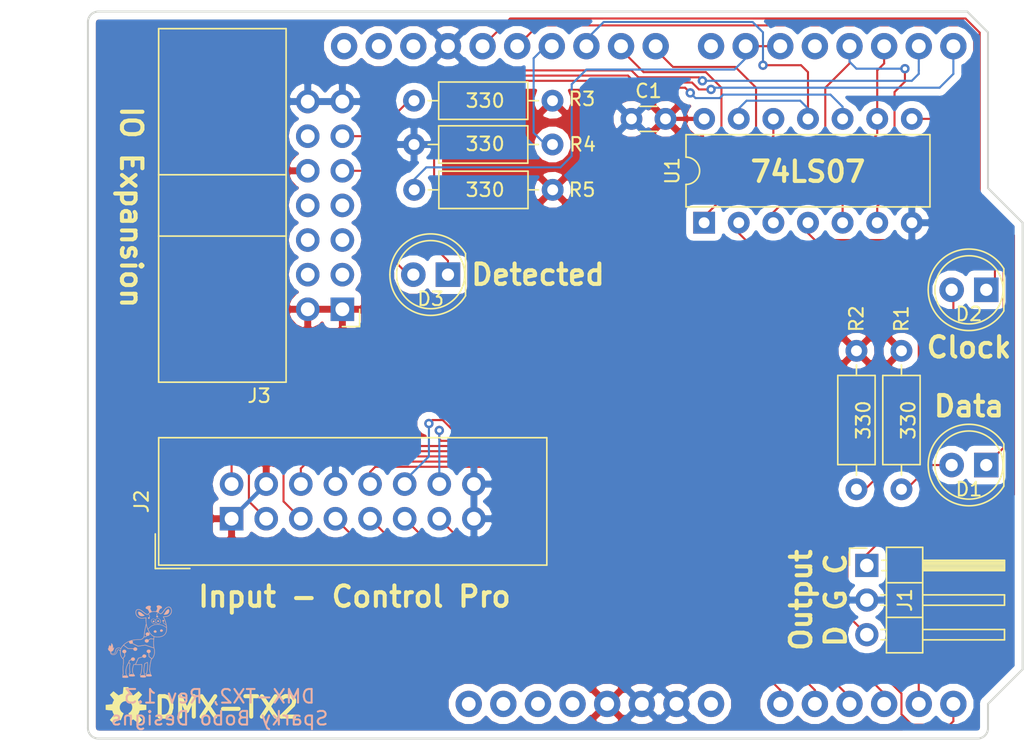
<source format=kicad_pcb>
(kicad_pcb (version 20171130) (host pcbnew "(5.0.0)")
  (title_block (title "DMX Demonstrator - Transmitter IO Module (DMX-TX2)") (date 2023-09-16) (rev 1.3) (company "Sparky Bobo Designs") (comment 2 "Designed by: SparkyBobo") (comment 3 "https://creativecommons.org/licenses/by-sa/4.0/ ") (comment 4 "Released under the Creative Commons Attribution Share-Alike 4.0 License"))
  (layers (0 F.Cu signal) (31 B.Cu signal) (34 B.Paste user) (35 F.Paste user) (36 B.SilkS user) (37 F.SilkS user) (38 B.Mask user) (39 F.Mask user) (44 Edge.Cuts user))
  (net 0 "")
  (net 1 +5V)
  (net 2 /A1)
  (net 3 GND)
  (net 4 /A0)
  (net 5 "Net-(D1-Pad2)")
  (net 6 "Net-(D2-Pad2)")
  (net 7 "Net-(A1-Pad32)")
  (net 8 "Net-(A1-Pad31)")
  (net 9 "Net-(A1-Pad1)")
  (net 10 "Net-(A1-Pad2)")
  (net 11 "Net-(A1-Pad3)")
  (net 12 "Net-(A1-Pad4)")
  (net 13 "Net-(A1-Pad8)")
  (net 14 "Net-(A1-Pad26)")
  (net 15 /A2)
  (net 16 /A4)
  (net 17 "Net-(A1-Pad15)")
  (net 18 "Net-(A1-Pad16)")
  (net 19 /A5)
  (net 20 /~DATA)
  (net 21 /~CLOCK)
  (net 22 /~CLK_SLO)
  (net 23 /~CLK_FST)
  (net 24 /RX)
  (net 25 /RXCLK)
  (net 26 "Net-(A1-Pad30)")
  (net 27 /A3)
  (net 28 "Net-(A1-Pad19)")
  (net 29 "Net-(A1-Pad20)")
  (net 30 "Net-(A1-Pad22)")
  (net 31 /~HWD_DT)
  (net 32 "Net-(D1-Pad1)")
  (net 33 "Net-(D2-Pad1)")
  (net 34 "Net-(J3-Pad12)")
  (net 35 "Net-(J3-Pad3)")
  (net 36 "Net-(J3-Pad4)")
  (net 37 "Net-(J3-Pad5)")
  (net 38 "Net-(J3-Pad6)")
  (net 39 "Net-(J3-Pad7)")
  (net 40 "Net-(J3-Pad8)")
  (net 41 /~DATA_OUT)
  (net 42 /~CLOCK_OUT)
  (net 43 /~HWD_DT_OUT)
  (net 44 "Net-(D3-Pad2)")
  (net 45 "Net-(D3-Pad1)")
  (module Package_DIP:DIP-14_W7.62mm (layer F.Cu) (at 161.544 78.74 90)
    (fp_text reference U1 (at 3.81 -2.33 90) (layer F.SilkS))
    (fp_text value 74LS07)
    (pad 1 thru_hole rect (at 0 0 90) (size 1.6 1.6) (drill 0.8) (layers *.Cu *.Mask) (net 42 /~CLOCK_OUT))
    (pad 8 thru_hole oval (at 7.62 15.24 90) (size 1.6 1.6) (drill 0.8) (layers *.Cu *.Mask) (net 32 "Net-(D1-Pad1)"))
    (pad 2 thru_hole oval (at 0 2.54 90) (size 1.6 1.6) (drill 0.8) (layers *.Cu *.Mask) (net 21 /~CLOCK))
    (pad 9 thru_hole oval (at 7.62 12.7 90) (size 1.6 1.6) (drill 0.8) (layers *.Cu *.Mask) (net 41 /~DATA_OUT))
    (pad 3 thru_hole oval (at 0 5.08 90) (size 1.6 1.6) (drill 0.8) (layers *.Cu *.Mask) (net 41 /~DATA_OUT))
    (pad 10 thru_hole oval (at 7.62 10.16 90) (size 1.6 1.6) (drill 0.8) (layers *.Cu *.Mask) (net 45 "Net-(D3-Pad1)"))
    (pad 4 thru_hole oval (at 0 7.62 90) (size 1.6 1.6) (drill 0.8) (layers *.Cu *.Mask) (net 20 /~DATA))
    (pad 11 thru_hole oval (at 7.62 7.62 90) (size 1.6 1.6) (drill 0.8) (layers *.Cu *.Mask) (net 43 /~HWD_DT_OUT))
    (pad 5 thru_hole oval (at 0 10.16 90) (size 1.6 1.6) (drill 0.8) (layers *.Cu *.Mask) (net 42 /~CLOCK_OUT))
    (pad 12 thru_hole oval (at 7.62 5.08 90) (size 1.6 1.6) (drill 0.8) (layers *.Cu *.Mask) (net 31 /~HWD_DT))
    (pad 6 thru_hole oval (at 0 12.7 90) (size 1.6 1.6) (drill 0.8) (layers *.Cu *.Mask) (net 33 "Net-(D2-Pad1)"))
    (pad 13 thru_hole oval (at 7.62 2.54 90) (size 1.6 1.6) (drill 0.8) (layers *.Cu *.Mask) (net 43 /~HWD_DT_OUT))
    (pad 7 thru_hole oval (at 0 15.24 90) (size 1.6 1.6) (drill 0.8) (layers *.Cu *.Mask) (net 3 GND))
    (pad 14 thru_hole oval (at 7.62 0 90) (size 1.6 1.6) (drill 0.8) (layers *.Cu *.Mask) (net 1 +5V))
  )
  (module Resistor_THT:R_Axial_DIN0207_L6.3mm_D2.5mm_P10.16mm_Horizontal (layer F.Cu) (at 150.4315 76.327 180)
    (fp_text reference R5 (at -2.159 0 180) (layer F.SilkS))
    (fp_text value 330 (at 4.953 0 180) (layer F.SilkS))
    (pad 1 thru_hole circle (at 0 0 180) (size 1.6 1.6) (drill 0.8) (layers *.Cu *.Mask) (net 1 +5V))
    (pad 2 thru_hole oval (at 10.16 0 180) (size 1.6 1.6) (drill 0.8) (layers *.Cu *.Mask) (net 29 "Net-(A1-Pad20)"))
  )
  (module LED_THT:LED_D5.0mm (layer F.Cu) (at 142.748 82.55 180)
    (fp_text reference D3 (at 1.27 -1.778 180) (layer F.SilkS))
    (fp_text value DETECTED)
    (pad 1 thru_hole rect (at 0 0 180) (size 1.8 1.8) (drill 0.9) (layers *.Cu *.Mask) (net 45 "Net-(D3-Pad1)"))
    (pad 2 thru_hole circle (at 2.54 0 180) (size 1.8 1.8) (drill 0.9) (layers *.Cu *.Mask) (net 44 "Net-(D3-Pad2)"))
  )
  (module Resistor_THT:R_Axial_DIN0207_L6.3mm_D2.5mm_P10.16mm_Horizontal (layer F.Cu) (at 150.4188 72.9996 180)
    (fp_text reference R4 (at -2.2098 0 180) (layer F.SilkS))
    (fp_text value 330 (at 4.9403 0.0381 180) (layer F.SilkS))
    (pad 1 thru_hole circle (at 0 0 180) (size 1.6 1.6) (drill 0.8) (layers *.Cu *.Mask) (net 14 "Net-(A1-Pad26)"))
    (pad 2 thru_hole oval (at 10.16 0 180) (size 1.6 1.6) (drill 0.8) (layers *.Cu *.Mask) (net 3 GND))
  )
  (module Connector_IDC:IDC-Header_2x08_P2.54mm_Vertical (layer F.Cu) (at 126.873 100.457 90)
    (fp_text reference J2 (at 1.27 -6.604 90) (layer F.SilkS))
    (fp_text value INPUT)
    (pad 1 thru_hole rect (at 0 0 90) (size 1.7272 1.7272) (drill 1.016) (layers *.Cu *.Mask) (net 1 +5V))
    (pad 2 thru_hole oval (at 2.54 0 90) (size 1.7272 1.7272) (drill 1.016) (layers *.Cu *.Mask) (net 31 /~HWD_DT))
    (pad 3 thru_hole oval (at 0 2.54 90) (size 1.7272 1.7272) (drill 1.016) (layers *.Cu *.Mask) (net 21 /~CLOCK))
    (pad 4 thru_hole oval (at 2.54 2.54 90) (size 1.7272 1.7272) (drill 1.016) (layers *.Cu *.Mask) (net 1 +5V))
    (pad 5 thru_hole oval (at 0 5.08 90) (size 1.7272 1.7272) (drill 1.016) (layers *.Cu *.Mask) (net 20 /~DATA))
    (pad 6 thru_hole oval (at 2.54 5.08 90) (size 1.7272 1.7272) (drill 1.016) (layers *.Cu *.Mask) (net 16 /A4))
    (pad 7 thru_hole oval (at 0 7.62 90) (size 1.7272 1.7272) (drill 1.016) (layers *.Cu *.Mask) (net 4 /A0))
    (pad 8 thru_hole oval (at 2.54 7.62 90) (size 1.7272 1.7272) (drill 1.016) (layers *.Cu *.Mask) (net 3 GND))
    (pad 9 thru_hole oval (at 0 10.16 90) (size 1.7272 1.7272) (drill 1.016) (layers *.Cu *.Mask) (net 2 /A1))
    (pad 10 thru_hole oval (at 2.54 10.16 90) (size 1.7272 1.7272) (drill 1.016) (layers *.Cu *.Mask) (net 19 /A5))
    (pad 11 thru_hole oval (at 0 12.7 90) (size 1.7272 1.7272) (drill 1.016) (layers *.Cu *.Mask) (net 15 /A2))
    (pad 12 thru_hole oval (at 2.54 12.7 90) (size 1.7272 1.7272) (drill 1.016) (layers *.Cu *.Mask) (net 22 /~CLK_SLO))
    (pad 13 thru_hole oval (at 0 15.24 90) (size 1.7272 1.7272) (drill 1.016) (layers *.Cu *.Mask) (net 27 /A3))
    (pad 14 thru_hole oval (at 2.54 15.24 90) (size 1.7272 1.7272) (drill 1.016) (layers *.Cu *.Mask) (net 23 /~CLK_FST))
    (pad 15 thru_hole oval (at 0 17.78 90) (size 1.7272 1.7272) (drill 1.016) (layers *.Cu *.Mask) (net 3 GND))
    (pad 16 thru_hole oval (at 2.54 17.78 90) (size 1.7272 1.7272) (drill 1.016) (layers *.Cu *.Mask) (net 3 GND))
  )
  (module Connector_IDC:IDC-Header_2x07_P2.54mm_Horizontal (layer F.Cu) (at 135.001 85.09 180)
    (fp_text reference J3 (at 6.105 -6.35 180) (layer F.SilkS))
    (fp_text value "IO EXTENSION")
    (pad 1 thru_hole rect (at 0 0 180) (size 1.7272 1.7272) (drill 1.016) (layers *.Cu *.Mask) (net 1 +5V))
    (pad 2 thru_hole oval (at 2.54 0 180) (size 1.7272 1.7272) (drill 1.016) (layers *.Cu *.Mask) (net 1 +5V))
    (pad 3 thru_hole oval (at 0 2.54 180) (size 1.7272 1.7272) (drill 1.016) (layers *.Cu *.Mask) (net 35 "Net-(J3-Pad3)"))
    (pad 4 thru_hole oval (at 2.54 2.54 180) (size 1.7272 1.7272) (drill 1.016) (layers *.Cu *.Mask) (net 36 "Net-(J3-Pad4)"))
    (pad 5 thru_hole oval (at 0 5.08 180) (size 1.7272 1.7272) (drill 1.016) (layers *.Cu *.Mask) (net 37 "Net-(J3-Pad5)"))
    (pad 6 thru_hole oval (at 2.54 5.08 180) (size 1.7272 1.7272) (drill 1.016) (layers *.Cu *.Mask) (net 38 "Net-(J3-Pad6)"))
    (pad 7 thru_hole oval (at 0 7.62 180) (size 1.7272 1.7272) (drill 1.016) (layers *.Cu *.Mask) (net 39 "Net-(J3-Pad7)"))
    (pad 8 thru_hole oval (at 2.54 7.62 180) (size 1.7272 1.7272) (drill 1.016) (layers *.Cu *.Mask) (net 40 "Net-(J3-Pad8)"))
    (pad 9 thru_hole oval (at 0 10.16 180) (size 1.7272 1.7272) (drill 1.016) (layers *.Cu *.Mask) (net 17 "Net-(A1-Pad15)"))
    (pad 10 thru_hole oval (at 2.54 10.16 180) (size 1.7272 1.7272) (drill 1.016) (layers *.Cu *.Mask) (net 1 +5V))
    (pad 11 thru_hole oval (at 0 12.7 180) (size 1.7272 1.7272) (drill 1.016) (layers *.Cu *.Mask) (net 18 "Net-(A1-Pad16)"))
    (pad 12 thru_hole oval (at 2.54 12.7 180) (size 1.7272 1.7272) (drill 1.016) (layers *.Cu *.Mask) (net 34 "Net-(J3-Pad12)"))
    (pad 13 thru_hole oval (at 0 15.24 180) (size 1.7272 1.7272) (drill 1.016) (layers *.Cu *.Mask) (net 3 GND))
    (pad 14 thru_hole oval (at 2.54 15.24 180) (size 1.7272 1.7272) (drill 1.016) (layers *.Cu *.Mask) (net 3 GND))
  )
  (module Capacitor_THT:C_Disc_D3.0mm_W1.6mm_P2.50mm (layer F.Cu) (at 156.21 71.12)
    (fp_text reference C1 (at 1.25 -2.05) (layer F.SilkS))
    (fp_text value 0.1uF)
    (pad 1 thru_hole circle (at 0 0) (size 1.6 1.6) (drill 0.8) (layers *.Cu *.Mask) (net 3 GND))
    (pad 2 thru_hole circle (at 2.5 0) (size 1.6 1.6) (drill 0.8) (layers *.Cu *.Mask) (net 1 +5V))
  )
  (module footprints:ARDUINO_R3_NO_HOLES (layer F.Cu) (at 150.622 89.916)
    (fp_text reference A1 hide)
    (fp_text value Arduino_UNO_R3 hide)
    (pad 4 thru_hole circle (at 1.27 24.13) (size 1.9304 1.9304) (drill 1.016) (layers *.Cu *.Mask) (net 12 "Net-(A1-Pad4)"))
    (pad 5 thru_hole circle (at 3.81 24.13) (size 1.9304 1.9304) (drill 1.016) (layers *.Cu *.Mask) (net 1 +5V))
    (pad 9 thru_hole circle (at 16.51 24.13) (size 1.9304 1.9304) (drill 1.016) (layers *.Cu *.Mask) (net 4 /A0))
    (pad 10 thru_hole circle (at 19.05 24.13) (size 1.9304 1.9304) (drill 1.016) (layers *.Cu *.Mask) (net 2 /A1))
    (pad 11 thru_hole circle (at 21.59 24.13) (size 1.9304 1.9304) (drill 1.016) (layers *.Cu *.Mask) (net 15 /A2))
    (pad 12 thru_hole circle (at 24.13 24.13) (size 1.9304 1.9304) (drill 1.016) (layers *.Cu *.Mask) (net 27 /A3))
    (pad 13 thru_hole circle (at 26.67 24.13) (size 1.9304 1.9304) (drill 1.016) (layers *.Cu *.Mask) (net 16 /A4))
    (pad 14 thru_hole circle (at 29.21 24.13) (size 1.9304 1.9304) (drill 1.016) (layers *.Cu *.Mask) (net 19 /A5))
    (pad 30 thru_hole circle (at -10.414 -24.13) (size 1.9304 1.9304) (drill 1.016) (layers *.Cu *.Mask) (net 26 "Net-(A1-Pad30)"))
    (pad 15 thru_hole circle (at 29.21 -24.13) (size 1.9304 1.9304) (drill 1.016) (layers *.Cu *.Mask) (net 17 "Net-(A1-Pad15)"))
    (pad 16 thru_hole circle (at 26.67 -24.13) (size 1.9304 1.9304) (drill 1.016) (layers *.Cu *.Mask) (net 18 "Net-(A1-Pad16)"))
    (pad 17 thru_hole circle (at 24.13 -24.13) (size 1.9304 1.9304) (drill 1.016) (layers *.Cu *.Mask) (net 41 /~DATA_OUT))
    (pad 18 thru_hole circle (at 21.59 -24.13) (size 1.9304 1.9304) (drill 1.016) (layers *.Cu *.Mask) (net 42 /~CLOCK_OUT))
    (pad 19 thru_hole circle (at 19.05 -24.13) (size 1.9304 1.9304) (drill 1.016) (layers *.Cu *.Mask) (net 28 "Net-(A1-Pad19)"))
    (pad 20 thru_hole circle (at 16.51 -24.13) (size 1.9304 1.9304) (drill 1.016) (layers *.Cu *.Mask) (net 29 "Net-(A1-Pad20)"))
    (pad 21 thru_hole circle (at 13.97 -24.13) (size 1.9304 1.9304) (drill 1.016) (layers *.Cu *.Mask) (net 29 "Net-(A1-Pad20)"))
    (pad 22 thru_hole circle (at 11.43 -24.13) (size 1.9304 1.9304) (drill 1.016) (layers *.Cu *.Mask) (net 30 "Net-(A1-Pad22)"))
    (pad 23 thru_hole circle (at 7.366 -24.13) (size 1.9304 1.9304) (drill 1.016) (layers *.Cu *.Mask) (net 23 /~CLK_FST))
    (pad 24 thru_hole circle (at 4.826 -24.13) (size 1.9304 1.9304) (drill 1.016) (layers *.Cu *.Mask) (net 22 /~CLK_SLO))
    (pad 25 thru_hole circle (at 2.286 -24.13) (size 1.9304 1.9304) (drill 1.016) (layers *.Cu *.Mask) (net 43 /~HWD_DT_OUT))
    (pad 26 thru_hole circle (at -0.254 -24.13) (size 1.9304 1.9304) (drill 1.016) (layers *.Cu *.Mask) (net 14 "Net-(A1-Pad26)"))
    (pad 27 thru_hole circle (at -2.794 -24.13) (size 1.9304 1.9304) (drill 1.016) (layers *.Cu *.Mask) (net 24 /RX))
    (pad 28 thru_hole circle (at -5.334 -24.13) (size 1.9304 1.9304) (drill 1.016) (layers *.Cu *.Mask) (net 25 /RXCLK))
    (pad 6 thru_hole circle (at 6.35 24.13) (size 1.9304 1.9304) (drill 1.016) (layers *.Cu *.Mask) (net 3 GND))
    (pad 7 thru_hole circle (at 8.89 24.13) (size 1.9304 1.9304) (drill 1.016) (layers *.Cu *.Mask) (net 3 GND))
    (pad 29 thru_hole circle (at -7.874 -24.13) (size 1.9304 1.9304) (drill 1.016) (layers *.Cu *.Mask) (net 3 GND))
    (pad 2 thru_hole circle (at -3.81 24.13) (size 1.9304 1.9304) (drill 1.016) (layers *.Cu *.Mask) (net 10 "Net-(A1-Pad2)"))
    (pad 1 thru_hole circle (at -6.35 24.13) (size 1.9304 1.9304) (drill 1.016) (layers *.Cu *.Mask) (net 9 "Net-(A1-Pad1)"))
    (pad 3 thru_hole circle (at -1.27 24.13) (size 1.9304 1.9304) (drill 1.016) (layers *.Cu *.Mask) (net 11 "Net-(A1-Pad3)"))
    (pad 32 thru_hole circle (at -15.494 -24.13) (size 1.9304 1.9304) (drill 1.016) (layers *.Cu *.Mask) (net 7 "Net-(A1-Pad32)"))
    (pad 31 thru_hole circle (at -12.954 -24.13) (size 1.9304 1.9304) (drill 1.016) (layers *.Cu *.Mask) (net 8 "Net-(A1-Pad31)"))
    (pad 8 thru_hole circle (at 11.43 24.13) (size 1.9304 1.9304) (drill 1.016) (layers *.Cu *.Mask) (net 13 "Net-(A1-Pad8)"))
  )
  (module Resistor_THT:R_Axial_DIN0207_L6.3mm_D2.5mm_P10.16mm_Horizontal (layer F.Cu) (at 172.72 88.138 270)
    (fp_text reference R2 (at -2.3495 0 270) (layer F.SilkS))
    (fp_text value 330 (at 5.08 -0.508 270) (layer F.SilkS))
    (pad 2 thru_hole oval (at 10.16 0 270) (size 1.6 1.6) (drill 0.8) (layers *.Cu *.Mask) (net 6 "Net-(D2-Pad2)"))
    (pad 1 thru_hole circle (at 0 0 270) (size 1.6 1.6) (drill 0.8) (layers *.Cu *.Mask) (net 1 +5V))
  )
  (module Resistor_THT:R_Axial_DIN0207_L6.3mm_D2.5mm_P10.16mm_Horizontal (layer F.Cu) (at 150.4188 69.7865 180)
    (fp_text reference R3 (at -2.159 0.127 180) (layer F.SilkS))
    (fp_text value 330 (at 4.9403 0 180) (layer F.SilkS))
    (pad 2 thru_hole oval (at 10.16 0 180) (size 1.6 1.6) (drill 0.8) (layers *.Cu *.Mask) (net 44 "Net-(D3-Pad2)"))
    (pad 1 thru_hole circle (at 0 0 180) (size 1.6 1.6) (drill 0.8) (layers *.Cu *.Mask) (net 1 +5V))
  )
  (module Resistor_THT:R_Axial_DIN0207_L6.3mm_D2.5mm_P10.16mm_Horizontal (layer F.Cu) (at 176.022 88.138 270)
    (fp_text reference R1 (at -2.3495 0 270) (layer F.SilkS))
    (fp_text value 330 (at 5.08 -0.508 270) (layer F.SilkS))
    (pad 1 thru_hole circle (at 0 0 270) (size 1.6 1.6) (drill 0.8) (layers *.Cu *.Mask) (net 1 +5V))
    (pad 2 thru_hole oval (at 10.16 0 270) (size 1.6 1.6) (drill 0.8) (layers *.Cu *.Mask) (net 5 "Net-(D1-Pad2)"))
  )
  (module LED_THT:LED_D5.0mm (layer F.Cu) (at 182.245 96.52 180)
    (fp_text reference D1 (at 1.27 -1.778 180) (layer F.SilkS))
    (fp_text value DATA)
    (pad 1 thru_hole rect (at 0 0 180) (size 1.8 1.8) (drill 0.9) (layers *.Cu *.Mask) (net 32 "Net-(D1-Pad1)"))
    (pad 2 thru_hole circle (at 2.54 0 180) (size 1.8 1.8) (drill 0.9) (layers *.Cu *.Mask) (net 5 "Net-(D1-Pad2)"))
  )
  (module Connector_PinHeader_2.54mm:PinHeader_1x03_P2.54mm_Horizontal (layer F.Cu) (at 173.482 103.886)
    (fp_text reference J1 (at 2.794 2.54 270) (layer F.SilkS))
    (fp_text value Output)
    (pad 1 thru_hole rect (at 0 0) (size 1.7 1.7) (drill 1) (layers *.Cu *.Mask) (net 25 /RXCLK))
    (pad 2 thru_hole oval (at 0 2.54) (size 1.7 1.7) (drill 1) (layers *.Cu *.Mask) (net 3 GND))
    (pad 3 thru_hole oval (at 0 5.08) (size 1.7 1.7) (drill 1) (layers *.Cu *.Mask) (net 24 /RX))
  )
  (module LED_THT:LED_D5.0mm (layer F.Cu) (at 182.245 83.662 180)
    (fp_text reference D2 (at 1.27 -1.778 180) (layer F.SilkS))
    (fp_text value CLOCK)
    (pad 2 thru_hole circle (at 2.54 0 180) (size 1.8 1.8) (drill 0.9) (layers *.Cu *.Mask) (net 6 "Net-(D2-Pad2)"))
    (pad 1 thru_hole rect (at 0 0 180) (size 1.8 1.8) (drill 0.9) (layers *.Cu *.Mask) (net 33 "Net-(D2-Pad1)"))
  )
  (module footprints:OSHW-LOGO-S (layer F.Cu) (at 119.126 114.3)
    (fp_text reference "" (at 0 0) (layer F.SilkS) (effects (font (size 1.524 1.524))))
    (fp_text value "" (at 0 0) (layer F.SilkS) (effects (font (size 1.524 1.524))))
  )
  (module footprints:logo_cr_5x5 (layer B.Cu) (at 120.142 109.474 180)
    (fp_text reference G*** hide)
    (fp_text value LOGO hide)
  )
  (gr_text 74LS07 (at 169.164 74.9935) (layer F.SilkS) (effects (font (size 1.5 1.5) (thickness 0.3))))
  (gr_text Detected (at 149.352 82.55) (layer F.SilkS) (effects (font (size 1.5 1.5) (thickness 0.3))))
  (gr_text "IO Expansion" (at 119.507 77.597 270) (layer F.SilkS) (effects (font (size 1.5 1.5) (thickness 0.3))))
  (gr_text "Input - Control Pro" (at 135.89 106.172) (layer F.SilkS) (effects (font (size 1.5 1.5) (thickness 0.3))))
  (gr_arc (start 181.61 115.824) (end 181.61 116.586) (angle -90) (layer Edge.Cuts) (width 0.15))
  (gr_arc (start 117.094 115.824) (end 116.332 115.824) (angle -90) (layer Edge.Cuts) (width 0.15))
  (gr_arc (start 117.094 64.008) (end 117.094 63.246) (angle -90) (layer Edge.Cuts) (width 0.15))
  (gr_line (start 116.332 115.824) (end 116.332 64.008) (layer Edge.Cuts) (width 0.15))
  (gr_line (start 181.61 116.586) (end 117.094 116.586) (layer Edge.Cuts) (width 0.15))
  (gr_line (start 182.372 114.046) (end 182.372 115.824) (layer Edge.Cuts) (width 0.15))
  (gr_line (start 184.912 111.506) (end 182.372 114.046) (layer Edge.Cuts) (width 0.15))
  (gr_line (start 184.912 78.74) (end 184.912 111.506) (layer Edge.Cuts) (width 0.15))
  (gr_line (start 182.372 76.2) (end 184.912 78.74) (layer Edge.Cuts) (width 0.15))
  (gr_line (start 182.372 64.77) (end 182.372 76.2) (layer Edge.Cuts) (width 0.15))
  (gr_line (start 180.848 63.246) (end 182.372 64.77) (layer Edge.Cuts) (width 0.15))
  (gr_line (start 117.094 63.246) (end 180.848 63.246) (layer Edge.Cuts) (width 0.15))
  (gr_text "DMX-TX2, Rev 1.3\nSparky Bobo Designs" (at 125.984 114.3) (layer B.SilkS) (effects (font (size 1 1)) (justify mirror)))
  (gr_text DMX-TX2 (at 126.492 114.3) (layer F.SilkS) (effects (font (size 1.5 1.5) (thickness 0.3))))
  (gr_text Clock (at 180.975 87.884) (layer F.SilkS) (effects (font (size 1.5 1.5) (thickness 0.3))))
  (gr_text Output (at 168.656 106.426 90) (layer F.SilkS) (effects (font (size 1.5 1.5) (thickness 0.3))))
  (gr_text "D G C" (at 171.196 106.426 90) (layer F.SilkS) (effects (font (size 1.5 1.5) (thickness 0.3))))
  (gr_text Data (at 180.975 92.202) (layer F.SilkS) (effects (font (size 1.5 1.5) (thickness 0.3))))
  (segment (start 154.432 114.046) (end 153.997154 114.046) (width 0.3048) (layer F.Cu) (net 1))
  (segment (start 158.71 71.12) (end 161.544 71.12) (width 0.3048) (layer F.Cu) (net 1))
  (segment (start 126.873 100.457) (end 129.413 97.917) (width 0.3048) (layer B.Cu) (net 1))
  (segment (start 139.192 102.616) (end 137.033 100.457) (width 0.1524) (layer F.Cu) (net 2))
  (segment (start 164.846 102.616) (end 139.192 102.616) (width 0.1524) (layer F.Cu) (net 2))
  (segment (start 169.672 113.03) (end 169.164 112.522) (width 0.1524) (layer F.Cu) (net 2))
  (segment (start 169.672 114.046) (end 169.672 113.03) (width 0.1524) (layer F.Cu) (net 2))
  (segment (start 169.164 112.522) (end 168.021 112.522) (width 0.1524) (layer F.Cu) (net 2))
  (segment (start 168.021 112.522) (end 165.735 110.236) (width 0.1524) (layer F.Cu) (net 2))
  (segment (start 165.735 110.236) (end 165.735 103.505) (width 0.1524) (layer F.Cu) (net 2))
  (segment (start 165.735 103.505) (end 164.846 102.616) (width 0.1524) (layer F.Cu) (net 2))
  (segment (start 176.784 78.74) (end 176.784 78.994) (width 0.1524) (layer F.Cu) (net 3))
  (segment (start 176.784 77.978) (end 176.784 78.74) (width 0.1524) (layer F.Cu) (net 3))
  (segment (start 140.208 73.0504) (end 140.2588 72.9996) (width 0.1524) (layer F.Cu) (net 3))
  (segment (start 137.033 102.997) (end 134.493 100.457) (width 0.1524) (layer F.Cu) (net 4))
  (segment (start 164.465 102.997) (end 137.033 102.997) (width 0.1524) (layer F.Cu) (net 4))
  (segment (start 165.354 103.886) (end 164.465 102.997) (width 0.1524) (layer F.Cu) (net 4))
  (segment (start 165.354 111.252) (end 165.354 103.886) (width 0.1524) (layer F.Cu) (net 4))
  (segment (start 167.132 114.046) (end 167.132 113.03) (width 0.1524) (layer F.Cu) (net 4))
  (segment (start 167.132 113.03) (end 165.354 111.252) (width 0.1524) (layer F.Cu) (net 4))
  (segment (start 178.1556 96.52) (end 179.705 96.52) (width 0.1524) (layer F.Cu) (net 5))
  (segment (start 176.022 98.298) (end 176.3776 98.298) (width 0.1524) (layer F.Cu) (net 5))
  (segment (start 176.3776 98.298) (end 178.1556 96.52) (width 0.1524) (layer F.Cu) (net 5))
  (segment (start 172.72 98.298) (end 173.355 98.298) (width 0.1524) (layer F.Cu) (net 6))
  (segment (start 173.355 98.298) (end 179.832 91.821) (width 0.1524) (layer F.Cu) (net 6))
  (segment (start 179.832 83.789) (end 179.832 91.821) (width 0.1524) (layer F.Cu) (net 6))
  (segment (start 179.705 83.662) (end 179.832 83.789) (width 0.1524) (layer F.Cu) (net 6))
  (segment (start 149.8981 72.9996) (end 150.4188 72.9996) (width 0.1524) (layer B.Cu) (net 14))
  (segment (start 149.0345 72.136) (end 149.8981 72.9996) (width 0.1524) (layer B.Cu) (net 14))
  (segment (start 149.0345 66.675) (end 149.0345 72.136) (width 0.1524) (layer B.Cu) (net 14))
  (segment (start 150.368 65.786) (end 149.9235 65.786) (width 0.1524) (layer B.Cu) (net 14))
  (segment (start 149.9235 65.786) (end 149.0345 66.675) (width 0.1524) (layer B.Cu) (net 14))
  (segment (start 141.351 102.235) (end 139.573 100.457) (width 0.1524) (layer F.Cu) (net 15))
  (segment (start 172.212 113.538) (end 170.688 112.014) (width 0.1524) (layer F.Cu) (net 15))
  (segment (start 165.227 102.235) (end 141.351 102.235) (width 0.1524) (layer F.Cu) (net 15))
  (segment (start 172.212 114.046) (end 172.212 113.538) (width 0.1524) (layer F.Cu) (net 15))
  (segment (start 170.688 112.014) (end 168.021 112.014) (width 0.1524) (layer F.Cu) (net 15))
  (segment (start 168.021 112.014) (end 166.116 110.109) (width 0.1524) (layer F.Cu) (net 15))
  (segment (start 166.116 110.109) (end 166.116 103.124) (width 0.1524) (layer F.Cu) (net 15))
  (segment (start 166.116 103.124) (end 165.227 102.235) (width 0.1524) (layer F.Cu) (net 15))
  (segment (start 131.953 96.774) (end 131.953 97.917) (width 0.1524) (layer F.Cu) (net 16))
  (segment (start 166.497 96.266) (end 132.461 96.266) (width 0.1524) (layer F.Cu) (net 16))
  (segment (start 177.292 112.268) (end 175.514 110.49) (width 0.1524) (layer F.Cu) (net 16))
  (segment (start 177.292 114.046) (end 177.292 112.268) (width 0.1524) (layer F.Cu) (net 16))
  (segment (start 132.461 96.266) (end 131.953 96.774) (width 0.1524) (layer F.Cu) (net 16))
  (segment (start 175.514 110.49) (end 168.148 110.49) (width 0.1524) (layer F.Cu) (net 16))
  (segment (start 168.148 110.49) (end 167.259 109.601) (width 0.1524) (layer F.Cu) (net 16))
  (segment (start 167.259 109.601) (end 167.259 97.028) (width 0.1524) (layer F.Cu) (net 16))
  (segment (start 167.259 97.028) (end 166.497 96.266) (width 0.1524) (layer F.Cu) (net 16))
  (segment (start 178.816 68.834) (end 179.832 67.818) (width 0.1524) (layer B.Cu) (net 17))
  (segment (start 162.179 68.834) (end 178.816 68.834) (width 0.1524) (layer B.Cu) (net 17))
  (segment (start 162.052 68.961) (end 162.179 68.834) (width 0.1524) (layer B.Cu) (net 17))
  (segment (start 179.832 67.818) (end 179.832 65.786) (width 0.1524) (layer B.Cu) (net 17))
  (via (at 162.052 68.961) (size 0.6858) (drill 0.3302) (layers F.Cu B.Cu) (net 17))
  (segment (start 160.655 68.453) (end 161.163 68.961) (width 0.1524) (layer F.Cu) (net 17))
  (segment (start 156.464 68.453) (end 160.655 68.453) (width 0.1524) (layer F.Cu) (net 17))
  (segment (start 136.779 74.93) (end 138.049 73.66) (width 0.1524) (layer F.Cu) (net 17))
  (segment (start 161.163 68.961) (end 162.052 68.961) (width 0.1524) (layer F.Cu) (net 17))
  (segment (start 135.001 74.93) (end 136.779 74.93) (width 0.1524) (layer F.Cu) (net 17))
  (segment (start 138.049 73.66) (end 138.049 69.088) (width 0.1524) (layer F.Cu) (net 17))
  (segment (start 138.049 69.088) (end 139.192 67.945) (width 0.1524) (layer F.Cu) (net 17))
  (segment (start 139.192 67.945) (end 155.956 67.945) (width 0.1524) (layer F.Cu) (net 17))
  (segment (start 155.956 67.945) (end 156.464 68.453) (width 0.1524) (layer F.Cu) (net 17))
  (segment (start 177.292 67.564) (end 177.292 65.786) (width 0.1524) (layer B.Cu) (net 18))
  (segment (start 177.292 67.818) (end 177.292 67.564) (width 0.1524) (layer B.Cu) (net 18))
  (segment (start 161.417 68.326) (end 176.784 68.326) (width 0.1524) (layer B.Cu) (net 18))
  (segment (start 176.784 68.326) (end 177.292 67.818) (width 0.1524) (layer B.Cu) (net 18))
  (via (at 161.417 68.326) (size 0.6858) (drill 0.3302) (layers F.Cu B.Cu) (net 18))
  (segment (start 137.668 71.374) (end 136.652 72.39) (width 0.1524) (layer F.Cu) (net 18))
  (segment (start 161.163 68.072) (end 156.718 68.072) (width 0.1524) (layer F.Cu) (net 18))
  (segment (start 161.417 68.326) (end 161.163 68.072) (width 0.1524) (layer F.Cu) (net 18))
  (segment (start 156.718 68.072) (end 156.21 67.564) (width 0.1524) (layer F.Cu) (net 18))
  (segment (start 156.21 67.564) (end 138.938 67.564) (width 0.1524) (layer F.Cu) (net 18))
  (segment (start 136.652 72.39) (end 135.001 72.39) (width 0.1524) (layer F.Cu) (net 18))
  (segment (start 138.938 67.564) (end 137.668 68.834) (width 0.1524) (layer F.Cu) (net 18))
  (segment (start 137.668 68.834) (end 137.668 71.374) (width 0.1524) (layer F.Cu) (net 18))
  (segment (start 179.832 113.792) (end 179.832 114.046) (width 0.1524) (layer F.Cu) (net 19))
  (segment (start 179.832 113.284) (end 179.832 113.792) (width 0.1524) (layer F.Cu) (net 19))
  (segment (start 179.832 113.284) (end 179.832 114.046) (width 0.1524) (layer F.Cu) (net 19))
  (segment (start 137.033 97.028) (end 137.033 97.917) (width 0.1524) (layer F.Cu) (net 19))
  (segment (start 168.021 110.998) (end 166.878 109.855) (width 0.1524) (layer F.Cu) (net 19))
  (segment (start 173.736 110.998) (end 168.021 110.998) (width 0.1524) (layer F.Cu) (net 19))
  (segment (start 137.414 96.647) (end 137.033 97.028) (width 0.1524) (layer F.Cu) (net 19))
  (segment (start 179.832 115.316) (end 179.578 115.57) (width 0.1524) (layer F.Cu) (net 19))
  (segment (start 166.116 96.647) (end 137.414 96.647) (width 0.1524) (layer F.Cu) (net 19))
  (segment (start 166.878 97.409) (end 166.116 96.647) (width 0.1524) (layer F.Cu) (net 19))
  (segment (start 179.832 114.046) (end 179.832 115.316) (width 0.1524) (layer F.Cu) (net 19))
  (segment (start 166.878 109.855) (end 166.878 97.409) (width 0.1524) (layer F.Cu) (net 19))
  (segment (start 179.578 115.57) (end 176.784 115.57) (width 0.1524) (layer F.Cu) (net 19))
  (segment (start 176.784 115.57) (end 176.022 114.808) (width 0.1524) (layer F.Cu) (net 19))
  (segment (start 176.022 114.808) (end 176.022 113.284) (width 0.1524) (layer F.Cu) (net 19))
  (segment (start 176.022 113.284) (end 173.736 110.998) (width 0.1524) (layer F.Cu) (net 19))
  (segment (start 169.164 79.502) (end 169.164 78.74) (width 0.1524) (layer F.Cu) (net 20))
  (segment (start 176.276 80.01) (end 169.672 80.01) (width 0.1524) (layer F.Cu) (net 20))
  (segment (start 179.324 85.598) (end 177.8 84.074) (width 0.1524) (layer F.Cu) (net 20))
  (segment (start 130.683 99.187) (end 130.683 96.393) (width 0.1524) (layer F.Cu) (net 20))
  (segment (start 177.8 81.534) (end 176.276 80.01) (width 0.1524) (layer F.Cu) (net 20))
  (segment (start 131.953 100.457) (end 130.683 99.187) (width 0.1524) (layer F.Cu) (net 20))
  (segment (start 169.672 80.01) (end 169.164 79.502) (width 0.1524) (layer F.Cu) (net 20))
  (segment (start 130.683 96.393) (end 131.191 95.885) (width 0.1524) (layer F.Cu) (net 20))
  (segment (start 131.191 95.885) (end 175.133 95.885) (width 0.1524) (layer F.Cu) (net 20))
  (segment (start 175.133 95.885) (end 179.324 91.694) (width 0.1524) (layer F.Cu) (net 20))
  (segment (start 177.8 84.074) (end 177.8 81.534) (width 0.1524) (layer F.Cu) (net 20))
  (segment (start 179.324 91.694) (end 179.324 85.598) (width 0.1524) (layer F.Cu) (net 20))
  (segment (start 165.1 80.518) (end 164.084 79.502) (width 0.1524) (layer F.Cu) (net 21))
  (segment (start 177.292 81.788) (end 176.022 80.518) (width 0.1524) (layer F.Cu) (net 21))
  (segment (start 164.084 79.502) (end 164.084 78.74) (width 0.1524) (layer F.Cu) (net 21))
  (segment (start 177.292 84.328) (end 177.292 81.788) (width 0.1524) (layer F.Cu) (net 21))
  (segment (start 178.816 85.852) (end 177.292 84.328) (width 0.1524) (layer F.Cu) (net 21))
  (segment (start 128.143 99.187) (end 128.143 96.139) (width 0.1524) (layer F.Cu) (net 21))
  (segment (start 176.022 80.518) (end 165.1 80.518) (width 0.1524) (layer F.Cu) (net 21))
  (segment (start 129.413 100.457) (end 128.143 99.187) (width 0.1524) (layer F.Cu) (net 21))
  (segment (start 128.143 96.139) (end 128.778 95.504) (width 0.1524) (layer F.Cu) (net 21))
  (segment (start 128.778 95.504) (end 175.006 95.504) (width 0.1524) (layer F.Cu) (net 21))
  (segment (start 175.006 95.504) (end 178.816 91.694) (width 0.1524) (layer F.Cu) (net 21))
  (segment (start 178.816 91.694) (end 178.816 85.852) (width 0.1524) (layer F.Cu) (net 21))
  (via (at 141.351 93.472) (size 0.6858) (drill 0.3302) (layers F.Cu B.Cu) (net 22))
  (segment (start 141.351 95.885) (end 139.573 97.663) (width 0.1524) (layer B.Cu) (net 22))
  (segment (start 139.573 97.663) (end 139.573 97.917) (width 0.1524) (layer B.Cu) (net 22))
  (segment (start 141.351 93.472) (end 141.351 95.885) (width 0.1524) (layer B.Cu) (net 22))
  (segment (start 162.814 72.263) (end 159.3215 75.7555) (width 0.1524) (layer F.Cu) (net 22))
  (segment (start 161.671 67.691) (end 162.814 68.834) (width 0.1524) (layer F.Cu) (net 22))
  (segment (start 141.605 93.218) (end 141.351 93.472) (width 0.1524) (layer F.Cu) (net 22))
  (segment (start 177.292 86.614) (end 177.292 91.694) (width 0.1524) (layer F.Cu) (net 22))
  (segment (start 142.367 93.218) (end 141.605 93.218) (width 0.1524) (layer F.Cu) (net 22))
  (segment (start 155.448 65.786) (end 155.448 66.04) (width 0.1524) (layer F.Cu) (net 22))
  (segment (start 143.51 94.361) (end 142.367 93.218) (width 0.1524) (layer F.Cu) (net 22))
  (segment (start 155.448 66.04) (end 157.099 67.691) (width 0.1524) (layer F.Cu) (net 22))
  (segment (start 159.3215 75.7555) (end 159.3215 80.391) (width 0.1524) (layer F.Cu) (net 22))
  (segment (start 159.3215 80.391) (end 160.9725 82.042) (width 0.1524) (layer F.Cu) (net 22))
  (segment (start 162.814 68.834) (end 162.814 72.263) (width 0.1524) (layer F.Cu) (net 22))
  (segment (start 175.768 85.09) (end 177.292 86.614) (width 0.1524) (layer F.Cu) (net 22))
  (segment (start 160.9725 82.042) (end 175.26 82.042) (width 0.1524) (layer F.Cu) (net 22))
  (segment (start 175.26 82.042) (end 175.768 82.55) (width 0.1524) (layer F.Cu) (net 22))
  (segment (start 157.099 67.691) (end 161.671 67.691) (width 0.1524) (layer F.Cu) (net 22))
  (segment (start 175.768 82.55) (end 175.768 85.09) (width 0.1524) (layer F.Cu) (net 22))
  (segment (start 177.292 91.694) (end 174.625 94.361) (width 0.1524) (layer F.Cu) (net 22))
  (segment (start 174.625 94.361) (end 143.51 94.361) (width 0.1524) (layer F.Cu) (net 22))
  (via (at 142.113 93.98) (size 0.6858) (drill 0.3302) (layers F.Cu B.Cu) (net 23))
  (segment (start 142.113 97.917) (end 142.113 93.98) (width 0.1524) (layer B.Cu) (net 23))
  (segment (start 157.988 66.04) (end 157.988 65.786) (width 0.1524) (layer F.Cu) (net 23))
  (segment (start 159.258 67.31) (end 157.988 66.04) (width 0.1524) (layer F.Cu) (net 23))
  (segment (start 177.8 86.36) (end 176.276 84.836) (width 0.1524) (layer F.Cu) (net 23))
  (segment (start 165.354 72.263) (end 165.354 68.834) (width 0.1524) (layer F.Cu) (net 23))
  (segment (start 177.8 91.694) (end 177.8 86.36) (width 0.1524) (layer F.Cu) (net 23))
  (segment (start 163.83 67.31) (end 159.258 67.31) (width 0.1524) (layer F.Cu) (net 23))
  (segment (start 142.24 94.742) (end 174.752 94.742) (width 0.1524) (layer F.Cu) (net 23))
  (segment (start 142.113 93.98) (end 142.113 94.615) (width 0.1524) (layer F.Cu) (net 23))
  (segment (start 161.036 81.534) (end 159.7025 80.2005) (width 0.1524) (layer F.Cu) (net 23))
  (segment (start 142.113 94.615) (end 142.24 94.742) (width 0.1524) (layer F.Cu) (net 23))
  (segment (start 176.276 84.836) (end 176.276 82.296) (width 0.1524) (layer F.Cu) (net 23))
  (segment (start 159.7025 80.2005) (end 159.7025 76.073) (width 0.1524) (layer F.Cu) (net 23))
  (segment (start 176.276 82.296) (end 175.514 81.534) (width 0.1524) (layer F.Cu) (net 23))
  (segment (start 175.514 81.534) (end 161.036 81.534) (width 0.1524) (layer F.Cu) (net 23))
  (segment (start 159.7025 76.073) (end 163.2585 72.517) (width 0.1524) (layer F.Cu) (net 23))
  (segment (start 174.752 94.742) (end 177.8 91.694) (width 0.1524) (layer F.Cu) (net 23))
  (segment (start 163.2585 72.517) (end 165.1 72.517) (width 0.1524) (layer F.Cu) (net 23))
  (segment (start 165.1 72.517) (end 165.354 72.263) (width 0.1524) (layer F.Cu) (net 23))
  (segment (start 165.354 68.834) (end 163.83 67.31) (width 0.1524) (layer F.Cu) (net 23))
  (segment (start 172.632001 108.116001) (end 173.482 108.966) (width 0.1524) (layer F.Cu) (net 24))
  (segment (start 172.0596 107.5436) (end 172.632001 108.116001) (width 0.1524) (layer F.Cu) (net 24))
  (segment (start 180.594 101.854) (end 172.7708 101.854) (width 0.1524) (layer F.Cu) (net 24))
  (segment (start 183.896 98.552) (end 180.594 101.854) (width 0.1524) (layer F.Cu) (net 24))
  (segment (start 172.7708 101.854) (end 172.0596 102.5652) (width 0.1524) (layer F.Cu) (net 24))
  (segment (start 147.828 65.786) (end 149.352 64.262) (width 0.1524) (layer F.Cu) (net 24))
  (segment (start 172.0596 102.5652) (end 172.0596 107.5436) (width 0.1524) (layer F.Cu) (net 24))
  (segment (start 180.594 64.262) (end 181.356 65.024) (width 0.1524) (layer F.Cu) (net 24))
  (segment (start 181.356 65.024) (end 181.356 77.216) (width 0.1524) (layer F.Cu) (net 24))
  (segment (start 181.356 77.216) (end 183.896 79.756) (width 0.1524) (layer F.Cu) (net 24))
  (segment (start 149.352 64.262) (end 180.594 64.262) (width 0.1524) (layer F.Cu) (net 24))
  (segment (start 183.896 79.756) (end 183.896 98.552) (width 0.1524) (layer F.Cu) (net 24))
  (segment (start 145.6944 66.1924) (end 145.288 65.786) (width 0.1524) (layer F.Cu) (net 25))
  (segment (start 174.1932 102.362) (end 173.482 103.0732) (width 0.1524) (layer F.Cu) (net 25))
  (segment (start 180.594 102.362) (end 174.1932 102.362) (width 0.1524) (layer F.Cu) (net 25))
  (segment (start 184.277 98.679) (end 180.594 102.362) (width 0.1524) (layer F.Cu) (net 25))
  (segment (start 147.32 63.754) (end 180.721 63.754) (width 0.1524) (layer F.Cu) (net 25))
  (segment (start 145.288 65.786) (end 147.32 63.754) (width 0.1524) (layer F.Cu) (net 25))
  (segment (start 173.482 103.0732) (end 173.482 103.886) (width 0.1524) (layer F.Cu) (net 25))
  (segment (start 180.721 63.754) (end 181.7624 64.7954) (width 0.1524) (layer F.Cu) (net 25))
  (segment (start 181.7624 64.7954) (end 181.7624 77.1652) (width 0.1524) (layer F.Cu) (net 25))
  (segment (start 181.7624 77.1652) (end 184.277 79.6798) (width 0.1524) (layer F.Cu) (net 25))
  (segment (start 184.277 79.6798) (end 184.277 98.679) (width 0.1524) (layer F.Cu) (net 25))
  (segment (start 143.51 101.854) (end 142.113 100.457) (width 0.1524) (layer F.Cu) (net 27))
  (segment (start 165.481 101.854) (end 143.51 101.854) (width 0.1524) (layer F.Cu) (net 27))
  (segment (start 174.752 113.284) (end 172.974 111.506) (width 0.1524) (layer F.Cu) (net 27))
  (segment (start 174.752 114.046) (end 174.752 113.284) (width 0.1524) (layer F.Cu) (net 27))
  (segment (start 172.974 111.506) (end 168.021 111.506) (width 0.1524) (layer F.Cu) (net 27))
  (segment (start 166.497 109.982) (end 166.497 102.87) (width 0.1524) (layer F.Cu) (net 27))
  (segment (start 168.021 111.506) (end 166.497 109.982) (width 0.1524) (layer F.Cu) (net 27))
  (segment (start 166.497 102.87) (end 165.481 101.854) (width 0.1524) (layer F.Cu) (net 27))
  (segment (start 167.132 65.786) (end 164.592 65.786) (width 0.1524) (layer F.Cu) (net 29))
  (segment (start 164.592 65.786) (end 164.592 66.675) (width 0.1524) (layer B.Cu) (net 29))
  (segment (start 164.592 66.675) (end 163.7665 67.5005) (width 0.1524) (layer B.Cu) (net 29))
  (segment (start 163.7665 67.5005) (end 152.908 67.5005) (width 0.1524) (layer B.Cu) (net 29))
  (segment (start 152.908 67.5005) (end 151.8285 68.58) (width 0.1524) (layer B.Cu) (net 29))
  (segment (start 140.2715 76.327) (end 140.2715 75.565) (width 0.1524) (layer B.Cu) (net 29))
  (segment (start 140.2715 75.565) (end 141.1605 74.676) (width 0.1524) (layer B.Cu) (net 29))
  (segment (start 151.003 74.676) (end 151.8285 73.8505) (width 0.1524) (layer B.Cu) (net 29))
  (segment (start 141.1605 74.676) (end 151.003 74.676) (width 0.1524) (layer B.Cu) (net 29))
  (segment (start 151.8285 68.58) (end 151.8285 73.8505) (width 0.1524) (layer B.Cu) (net 29))
  (segment (start 160.0835 80.01) (end 160.0835 76.3905) (width 0.1524) (layer F.Cu) (net 31))
  (segment (start 161.0995 81.026) (end 160.0835 80.01) (width 0.1524) (layer F.Cu) (net 31))
  (segment (start 176.784 82.042) (end 175.768 81.026) (width 0.1524) (layer F.Cu) (net 31))
  (segment (start 160.0835 76.3905) (end 163.449 73.025) (width 0.1524) (layer F.Cu) (net 31))
  (segment (start 176.784 84.582) (end 176.784 82.042) (width 0.1524) (layer F.Cu) (net 31))
  (segment (start 126.873 96.139) (end 127.889 95.123) (width 0.1524) (layer F.Cu) (net 31))
  (segment (start 165.989 73.025) (end 166.624 72.39) (width 0.1524) (layer F.Cu) (net 31))
  (segment (start 126.873 97.917) (end 126.873 96.139) (width 0.1524) (layer F.Cu) (net 31))
  (segment (start 127.889 95.123) (end 174.879 95.123) (width 0.1524) (layer F.Cu) (net 31))
  (segment (start 166.624 72.39) (end 166.624 71.12) (width 0.1524) (layer F.Cu) (net 31))
  (segment (start 163.449 73.025) (end 165.989 73.025) (width 0.1524) (layer F.Cu) (net 31))
  (segment (start 175.768 81.026) (end 161.0995 81.026) (width 0.1524) (layer F.Cu) (net 31))
  (segment (start 174.879 95.123) (end 178.308 91.694) (width 0.1524) (layer F.Cu) (net 31))
  (segment (start 178.308 91.694) (end 178.308 86.106) (width 0.1524) (layer F.Cu) (net 31))
  (segment (start 178.308 86.106) (end 176.784 84.582) (width 0.1524) (layer F.Cu) (net 31))
  (segment (start 183.515 95.25) (end 182.245 96.52) (width 0.1524) (layer F.Cu) (net 32))
  (segment (start 183.515 79.883) (end 183.515 95.25) (width 0.1524) (layer F.Cu) (net 32))
  (segment (start 180.848 77.216) (end 183.515 79.883) (width 0.1524) (layer F.Cu) (net 32))
  (segment (start 180.848 71.882) (end 180.848 77.216) (width 0.1524) (layer F.Cu) (net 32))
  (segment (start 179.324 71.12) (end 180.086 71.12) (width 0.1524) (layer F.Cu) (net 32))
  (segment (start 180.086 71.12) (end 180.848 71.882) (width 0.1524) (layer F.Cu) (net 32))
  (segment (start 179.324 71.12) (end 176.784 71.12) (width 0.1524) (layer F.Cu) (net 32))
  (segment (start 174.244 77.5335) (end 174.244 78.74) (width 0.1524) (layer F.Cu) (net 33))
  (segment (start 182.245 83.439) (end 182.88 82.804) (width 0.1524) (layer F.Cu) (net 33))
  (segment (start 182.245 83.662) (end 182.245 83.439) (width 0.1524) (layer F.Cu) (net 33))
  (segment (start 182.88 82.804) (end 182.88 79.756) (width 0.1524) (layer F.Cu) (net 33))
  (segment (start 182.88 79.756) (end 180.34 77.216) (width 0.1524) (layer F.Cu) (net 33))
  (segment (start 180.34 77.216) (end 174.5615 77.216) (width 0.1524) (layer F.Cu) (net 33))
  (segment (start 174.5615 77.216) (end 174.244 77.5335) (width 0.1524) (layer F.Cu) (net 33))
  (segment (start 174.752 67.056) (end 174.752 65.786) (width 0.1524) (layer F.Cu) (net 41))
  (segment (start 174.752 67.056) (end 174.244 67.564) (width 0.1524) (layer F.Cu) (net 41))
  (segment (start 174.244 67.564) (end 174.244 71.12) (width 0.1524) (layer F.Cu) (net 41))
  (segment (start 166.624 77.978) (end 166.624 78.74) (width 0.1524) (layer F.Cu) (net 41))
  (segment (start 167.4495 77.1525) (end 166.624 77.978) (width 0.1524) (layer F.Cu) (net 41))
  (segment (start 169.3545 77.1525) (end 167.4495 77.1525) (width 0.1524) (layer F.Cu) (net 41))
  (segment (start 174.244 71.12) (end 174.244 72.263) (width 0.1524) (layer F.Cu) (net 41))
  (segment (start 174.244 72.263) (end 169.3545 77.1525) (width 0.1524) (layer F.Cu) (net 41))
  (segment (start 171.704 78.74) (end 172.212 78.74) (width 0.1524) (layer F.Cu) (net 42))
  (segment (start 172.212 66.929) (end 172.72 67.437) (width 0.1524) (layer B.Cu) (net 42))
  (segment (start 172.72 67.437) (end 176.276 67.437) (width 0.1524) (layer B.Cu) (net 42))
  (segment (start 172.212 65.786) (end 172.212 66.929) (width 0.1524) (layer B.Cu) (net 42))
  (segment (start 176.276 67.437) (end 176.403 67.437) (width 0.1524) (layer F.Cu) (net 42))
  (via (at 176.276 67.437) (size 0.6858) (drill 0.3302) (layers F.Cu B.Cu) (net 42))
  (segment (start 171.704 76.073) (end 171.704 78.74) (width 0.1524) (layer F.Cu) (net 42))
  (segment (start 175.514 72.263) (end 171.704 76.073) (width 0.1524) (layer F.Cu) (net 42))
  (segment (start 175.514 69.1515) (end 175.514 72.263) (width 0.1524) (layer F.Cu) (net 42))
  (segment (start 176.276 67.437) (end 176.276 68.3895) (width 0.1524) (layer F.Cu) (net 42))
  (segment (start 176.276 68.3895) (end 175.514 69.1515) (width 0.1524) (layer F.Cu) (net 42))
  (segment (start 172.212 67.056) (end 172.212 65.786) (width 0.1524) (layer F.Cu) (net 42))
  (segment (start 161.544 78.2955) (end 162.687 77.1525) (width 0.1524) (layer F.Cu) (net 42))
  (segment (start 161.544 78.74) (end 161.544 78.2955) (width 0.1524) (layer F.Cu) (net 42))
  (segment (start 162.687 77.1525) (end 165.5445 77.1525) (width 0.1524) (layer F.Cu) (net 42))
  (segment (start 170.434 72.263) (end 170.434 68.834) (width 0.1524) (layer F.Cu) (net 42))
  (segment (start 165.5445 77.1525) (end 170.434 72.263) (width 0.1524) (layer F.Cu) (net 42))
  (segment (start 170.434 68.834) (end 172.212 67.056) (width 0.1524) (layer F.Cu) (net 42))
  (segment (start 152.908 65.786) (end 152.908 65.278) (width 0.1524) (layer B.Cu) (net 43))
  (segment (start 152.908 65.278) (end 154.178 64.008) (width 0.1524) (layer B.Cu) (net 43))
  (segment (start 154.178 64.008) (end 165.1 64.008) (width 0.1524) (layer B.Cu) (net 43))
  (segment (start 165.1 64.008) (end 165.862 64.77) (width 0.1524) (layer B.Cu) (net 43))
  (segment (start 165.862 64.77) (end 165.862 67.183) (width 0.1524) (layer B.Cu) (net 43))
  (via (at 165.862 67.183) (size 0.6858) (drill 0.3302) (layers F.Cu B.Cu) (net 43))
  (segment (start 169.164 71.12) (end 169.164 67.691) (width 0.1524) (layer F.Cu) (net 43))
  (segment (start 168.656 67.183) (end 165.862 67.183) (width 0.1524) (layer F.Cu) (net 43))
  (segment (start 169.164 67.691) (end 168.656 67.183) (width 0.1524) (layer F.Cu) (net 43))
  (segment (start 169.164 70.358) (end 169.164 71.12) (width 0.1524) (layer B.Cu) (net 43))
  (segment (start 168.5925 69.7865) (end 169.164 70.358) (width 0.1524) (layer B.Cu) (net 43))
  (segment (start 164.6555 69.7865) (end 168.5925 69.7865) (width 0.1524) (layer B.Cu) (net 43))
  (segment (start 164.084 71.12) (end 164.084 70.358) (width 0.1524) (layer B.Cu) (net 43))
  (segment (start 164.084 70.358) (end 164.6555 69.7865) (width 0.1524) (layer B.Cu) (net 43))
  (segment (start 139.827 82.55) (end 140.208 82.55) (width 0.1524) (layer F.Cu) (net 44))
  (segment (start 138.7475 81.4705) (end 139.827 82.55) (width 0.1524) (layer F.Cu) (net 44))
  (segment (start 138.7475 70.9295) (end 138.7475 81.4705) (width 0.1524) (layer F.Cu) (net 44))
  (segment (start 140.2588 69.7865) (end 139.8905 69.7865) (width 0.1524) (layer F.Cu) (net 44))
  (segment (start 139.8905 69.7865) (end 138.7475 70.9295) (width 0.1524) (layer F.Cu) (net 44))
  (segment (start 160.909 69.596) (end 160.528 69.215) (width 0.1524) (layer B.Cu) (net 45))
  (segment (start 162.687 69.596) (end 160.909 69.596) (width 0.1524) (layer B.Cu) (net 45))
  (segment (start 162.941 69.342) (end 162.687 69.596) (width 0.1524) (layer B.Cu) (net 45))
  (segment (start 160.528 69.215) (end 160.528 69.215) (width 0.1524) (layer B.Cu) (net 45))
  (via (at 160.528 69.215) (size 0.6858) (drill 0.3302) (layers F.Cu B.Cu) (net 45))
  (segment (start 171.704 70.231) (end 170.815 69.342) (width 0.1524) (layer B.Cu) (net 45))
  (segment (start 171.704 71.12) (end 171.704 70.231) (width 0.1524) (layer B.Cu) (net 45))
  (segment (start 170.815 69.342) (end 162.941 69.342) (width 0.1524) (layer B.Cu) (net 45))
  (segment (start 160.147 68.834) (end 156.21 68.834) (width 0.1524) (layer F.Cu) (net 45))
  (segment (start 160.528 69.215) (end 160.147 68.834) (width 0.1524) (layer F.Cu) (net 45))
  (segment (start 142.748 81.534) (end 142.748 82.55) (width 0.1524) (layer F.Cu) (net 45))
  (segment (start 156.21 68.834) (end 155.702 68.326) (width 0.1524) (layer F.Cu) (net 45))
  (segment (start 141.732 80.518) (end 142.748 81.534) (width 0.1524) (layer F.Cu) (net 45))
  (segment (start 155.702 68.326) (end 142.621 68.326) (width 0.1524) (layer F.Cu) (net 45))
  (segment (start 142.621 68.326) (end 141.732 69.215) (width 0.1524) (layer F.Cu) (net 45))
  (segment (start 141.732 69.215) (end 141.732 80.518) (width 0.1524) (layer F.Cu) (net 45))
  (zone (net 3) (net_name GND) (layer B.Cu) (connect_pads (clearance 0.508)) (min_thickness 0.254) (fill yes (arc_segments 16) (thermal_gap 0.508) (thermal_bridge_width 0.508))
    (polygon (pts (xy 116.586 63.754) (xy 116.84 63.5) (xy 180.848 63.5) (xy 182.118 64.77) (xy 182.118 76.454) (xy 184.658 78.994) (xy 184.658 111.252) (xy 182.118 113.792) (xy 182.118 116.078) (xy 181.864 116.332) (xy 116.84 116.332) (xy 116.586 116.078)))
  )
  (zone (net 1) (net_name +5V) (layer F.Cu) (connect_pads (clearance 0.508)) (min_thickness 0.254) (fill yes (arc_segments 16) (thermal_gap 0.508) (thermal_bridge_width 0.508))
    (polygon (pts (xy 116.586 63.754) (xy 116.84 63.5) (xy 180.848 63.5) (xy 182.118 64.77) (xy 182.118 76.454) (xy 184.658 78.994) (xy 184.658 111.252) (xy 182.118 113.792) (xy 182.118 116.078) (xy 181.864 116.332) (xy 116.84 116.332) (xy 116.586 116.078)))
  )
)
</source>
